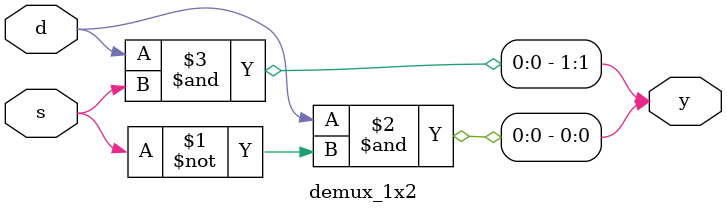
<source format=v>
module demux_1x2(
input d,s,
output [1:0]y
);

assign y[0]=d&~s;
assign y[1]=d&s;

endmodule

</source>
